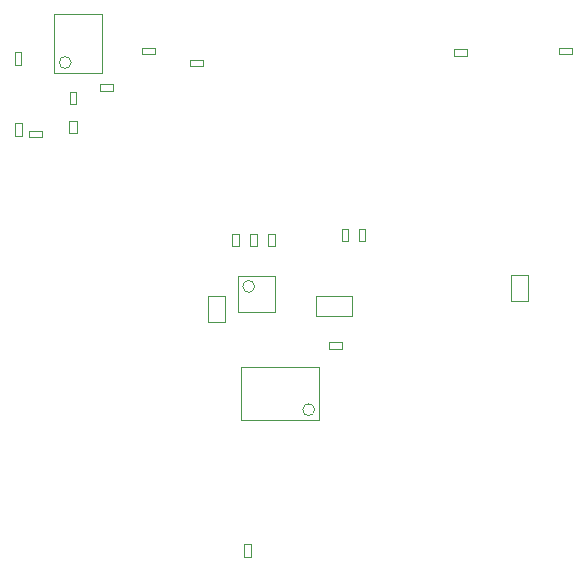
<source format=gbr>
%TF.GenerationSoftware,Altium Limited,Altium Designer,19.1.6 (110)*%
G04 Layer_Color=32896*
%FSLAX26Y26*%
%MOIN*%
%TF.FileFunction,Other,M12-Top_3D_Body*%
%TF.Part,Single*%
G01*
G75*
%TA.AperFunction,NonConductor*%
%ADD78C,0.003937*%
D78*
X883268Y4035590D02*
G03*
X883268Y4035590I-19685J0D01*
G01*
X1083346Y3624850D02*
G03*
X1083346Y3624850I-19685J0D01*
G01*
X271378Y4782008D02*
G03*
X271378Y4782008I-19685J0D01*
G01*
X1940669Y4809173D02*
Y4830827D01*
X1899331Y4809173D02*
Y4830827D01*
X1940669D01*
X1899331Y4809173D02*
X1940669D01*
X1590663Y4805172D02*
Y4826826D01*
X1549325Y4805172D02*
Y4826826D01*
X1590663D01*
X1549325Y4805172D02*
X1590663D01*
X870827Y3134331D02*
Y3175669D01*
X849173Y3134331D02*
Y3175669D01*
Y3134331D02*
X870827D01*
X849173Y3175669D02*
X870827D01*
X173669Y4533173D02*
Y4554827D01*
X132331Y4533173D02*
Y4554827D01*
X173669D01*
X132331Y4533173D02*
X173669D01*
X710669Y4769173D02*
Y4790827D01*
X669331Y4769173D02*
Y4790827D01*
X710669D01*
X669331Y4769173D02*
X710669D01*
X808347Y4170331D02*
X830000D01*
X808347Y4211669D02*
X830000D01*
Y4170331D02*
Y4211669D01*
X808347Y4170331D02*
Y4211669D01*
X1088820Y4004450D02*
X1208898D01*
X1088820Y3935552D02*
X1208898D01*
X1088820D02*
Y4004450D01*
X1208898Y3935552D02*
Y4004450D01*
X950198Y3948976D02*
Y4071024D01*
X828150Y3948976D02*
Y4071024D01*
Y3948976D02*
X950198D01*
X828150Y4071024D02*
X950198D01*
X868346Y4169330D02*
Y4210670D01*
X890000Y4169330D02*
Y4210670D01*
X868346D02*
X890000D01*
X868346Y4169330D02*
X890000D01*
X950000D02*
Y4210670D01*
X928346Y4169330D02*
Y4210670D01*
Y4169330D02*
X950000D01*
X928346Y4210670D02*
X950000D01*
X1793543Y3985693D02*
Y4072307D01*
X1736457Y3985693D02*
Y4072307D01*
Y3985693D02*
X1793543D01*
X1736457Y4072307D02*
X1793543D01*
X726630Y3917694D02*
Y4004308D01*
X783716Y3917694D02*
Y4004308D01*
X726630D02*
X783716D01*
X726630Y3917694D02*
X783716D01*
X368346Y4711812D02*
X411654D01*
X368346Y4688190D02*
X411654D01*
Y4711812D01*
X368346Y4688190D02*
Y4711812D01*
X106812Y4538346D02*
Y4581654D01*
X83190Y4538346D02*
Y4581654D01*
Y4538346D02*
X106812D01*
X83190Y4581654D02*
X106812D01*
X266190Y4545346D02*
Y4588654D01*
X289812Y4545346D02*
Y4588654D01*
X266190D02*
X289812D01*
X266190Y4545346D02*
X289812D01*
X84174Y4774330D02*
X105828D01*
X84174Y4815670D02*
X105828D01*
Y4774330D02*
Y4815670D01*
X84174Y4774330D02*
Y4815670D01*
X550670Y4809172D02*
Y4830826D01*
X509330Y4809172D02*
Y4830826D01*
X550670D01*
X509330Y4809172D02*
X550670D01*
X839252Y3589418D02*
Y3766582D01*
X1099094Y3589418D02*
Y3766582D01*
X839252D02*
X1099094D01*
X839252Y3589418D02*
X1099094D01*
X216260Y4746574D02*
Y4943426D01*
X373740Y4746574D02*
Y4943426D01*
X216260Y4746574D02*
X373740D01*
X216260Y4943426D02*
X373740D01*
X1174653Y3826189D02*
Y3849811D01*
X1131346Y3826189D02*
Y3849811D01*
X1174653D01*
X1131346Y3826189D02*
X1174653D01*
X1230173Y4228669D02*
X1251827D01*
X1230173Y4187331D02*
X1251827D01*
X1230173D02*
Y4228669D01*
X1251827Y4187331D02*
Y4228669D01*
X267173Y4642331D02*
X288827D01*
X267173Y4683669D02*
X288827D01*
Y4642331D02*
Y4683669D01*
X267173Y4642331D02*
Y4683669D01*
X1174173Y4187331D02*
X1195827D01*
X1174173Y4228669D02*
X1195827D01*
Y4187331D02*
Y4228669D01*
X1174173Y4187331D02*
Y4228669D01*
%TF.MD5,67d86483a270a8f4e83563c8f857fb20*%
M02*

</source>
